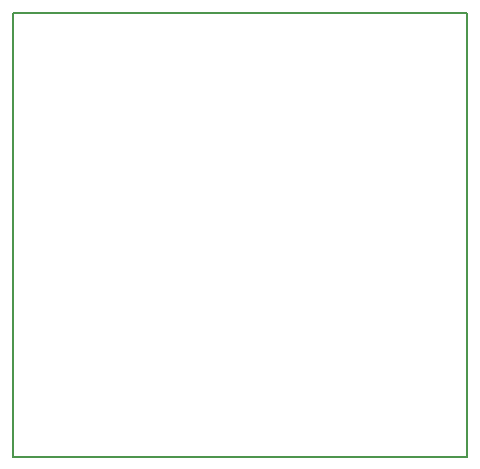
<source format=gko>
G04*
G04 #@! TF.GenerationSoftware,Altium Limited,Altium Designer,22.9.1 (49)*
G04*
G04 Layer_Color=16711935*
%FSLAX44Y44*%
%MOMM*%
G71*
G04*
G04 #@! TF.SameCoordinates,C8543A43-BB23-4CB5-9DBE-1C6E9BA76EC2*
G04*
G04*
G04 #@! TF.FilePolarity,Positive*
G04*
G01*
G75*
%ADD12C,0.2000*%
D12*
X385000D01*
X0Y376000D02*
X385000D01*
X0Y0D02*
Y376000D01*
X385000D02*
X385000Y0D01*
M02*

</source>
